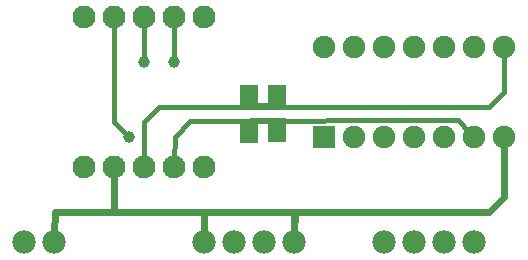
<source format=gbl>
G04 MADE WITH FRITZING*
G04 WWW.FRITZING.ORG*
G04 DOUBLE SIDED*
G04 HOLES PLATED*
G04 CONTOUR ON CENTER OF CONTOUR VECTOR*
%ASAXBY*%
%FSLAX23Y23*%
%MOIN*%
%OFA0B0*%
%SFA1.0B1.0*%
%ADD10C,0.076000*%
%ADD11C,0.075000*%
%ADD12C,0.078000*%
%ADD13C,0.039370*%
%ADD14R,0.075000X0.075000*%
%ADD15R,0.063551X0.079280*%
%ADD16R,0.085470X0.022222*%
%ADD17C,0.024000*%
%ADD18C,0.016000*%
%LNCOPPER0*%
G90*
G70*
G54D10*
X439Y356D03*
X539Y356D03*
X639Y356D03*
X739Y356D03*
X839Y356D03*
X439Y856D03*
X539Y856D03*
X639Y856D03*
X739Y856D03*
X839Y856D03*
G54D11*
X1239Y456D03*
X1239Y756D03*
X1339Y456D03*
X1339Y756D03*
X1439Y456D03*
X1439Y756D03*
X1539Y456D03*
X1539Y756D03*
X1639Y456D03*
X1639Y756D03*
X1739Y456D03*
X1739Y756D03*
X1839Y456D03*
X1839Y756D03*
G54D12*
X839Y106D03*
X939Y106D03*
X1039Y106D03*
X1139Y106D03*
X239Y106D03*
X339Y106D03*
X1439Y106D03*
X1539Y106D03*
X1639Y106D03*
X1739Y106D03*
G54D13*
X588Y456D03*
X639Y706D03*
X739Y706D03*
G54D14*
X1239Y456D03*
G54D15*
X1083Y478D03*
X988Y476D03*
X988Y589D03*
X1083Y591D03*
G54D16*
X1036Y509D03*
X1038Y558D03*
G54D17*
X539Y206D02*
X539Y325D01*
D02*
X340Y206D02*
X539Y206D01*
D02*
X339Y136D02*
X340Y206D01*
D02*
X539Y206D02*
X539Y325D01*
D02*
X838Y206D02*
X539Y206D01*
D02*
X839Y136D02*
X838Y206D01*
D02*
X838Y206D02*
X839Y136D01*
D02*
X1140Y206D02*
X838Y206D01*
D02*
X1139Y136D02*
X1140Y206D01*
D02*
X1138Y206D02*
X1139Y136D01*
D02*
X1788Y206D02*
X1138Y206D01*
D02*
X1839Y257D02*
X1788Y206D01*
D02*
X1839Y427D02*
X1839Y257D01*
G54D18*
D02*
X639Y831D02*
X639Y719D01*
D02*
X1839Y606D02*
X1839Y733D01*
D02*
X1788Y556D02*
X1839Y606D01*
D02*
X689Y556D02*
X1788Y556D01*
D02*
X639Y505D02*
X689Y556D01*
D02*
X639Y381D02*
X639Y505D01*
D02*
X1684Y512D02*
X1723Y472D01*
D02*
X791Y510D02*
X1684Y512D01*
D02*
X740Y456D02*
X791Y510D01*
D02*
X739Y381D02*
X740Y456D01*
D02*
X739Y831D02*
X739Y719D01*
D02*
X539Y505D02*
X579Y465D01*
D02*
X539Y831D02*
X539Y505D01*
G04 End of Copper0*
M02*
</source>
